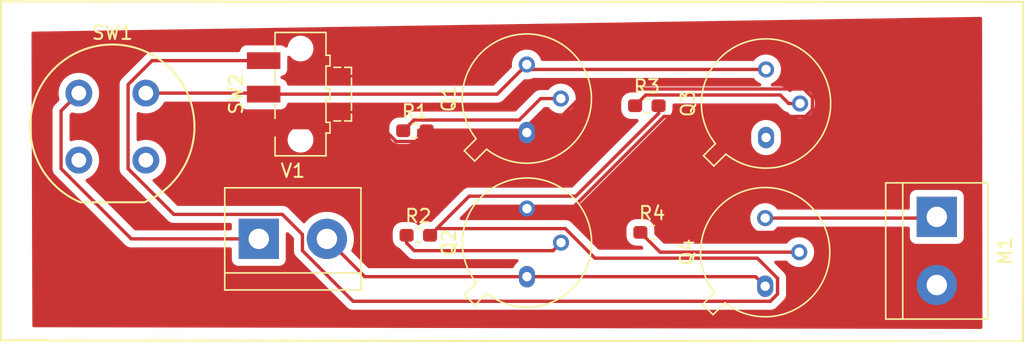
<source format=kicad_pcb>
(kicad_pcb (version 20171130) (host pcbnew "(5.1.4)-1")

  (general
    (thickness 1.6)
    (drawings 7)
    (tracks 74)
    (zones 0)
    (modules 12)
    (nets 12)
  )

  (page A4)
  (layers
    (0 F.Cu signal)
    (31 B.Cu signal)
    (32 B.Adhes user)
    (33 F.Adhes user)
    (34 B.Paste user)
    (35 F.Paste user)
    (36 B.SilkS user)
    (37 F.SilkS user)
    (38 B.Mask user)
    (39 F.Mask user)
    (40 Dwgs.User user)
    (41 Cmts.User user)
    (42 Eco1.User user)
    (43 Eco2.User user)
    (44 Edge.Cuts user)
    (45 Margin user)
    (46 B.CrtYd user)
    (47 F.CrtYd user)
    (48 B.Fab user)
    (49 F.Fab user)
  )

  (setup
    (last_trace_width 0.25)
    (trace_clearance 0.2)
    (zone_clearance 0.508)
    (zone_45_only no)
    (trace_min 0.2)
    (via_size 0.8)
    (via_drill 0.4)
    (via_min_size 0.4)
    (via_min_drill 0.3)
    (uvia_size 0.3)
    (uvia_drill 0.1)
    (uvias_allowed no)
    (uvia_min_size 0.2)
    (uvia_min_drill 0.1)
    (edge_width 0.1)
    (segment_width 0.2)
    (pcb_text_width 0.3)
    (pcb_text_size 1.5 1.5)
    (mod_edge_width 0.15)
    (mod_text_size 1 1)
    (mod_text_width 0.15)
    (pad_size 1.524 1.524)
    (pad_drill 0.762)
    (pad_to_mask_clearance 0)
    (aux_axis_origin 0 0)
    (visible_elements FFFFFF7F)
    (pcbplotparams
      (layerselection 0x010fc_ffffffff)
      (usegerberextensions false)
      (usegerberattributes false)
      (usegerberadvancedattributes false)
      (creategerberjobfile false)
      (excludeedgelayer true)
      (linewidth 0.100000)
      (plotframeref false)
      (viasonmask false)
      (mode 1)
      (useauxorigin false)
      (hpglpennumber 1)
      (hpglpenspeed 20)
      (hpglpendiameter 15.000000)
      (psnegative false)
      (psa4output false)
      (plotreference true)
      (plotvalue true)
      (plotinvisibletext false)
      (padsonsilk false)
      (subtractmaskfromsilk false)
      (outputformat 1)
      (mirror false)
      (drillshape 1)
      (scaleselection 1)
      (outputdirectory ""))
  )

  (net 0 "")
  (net 1 "Net-(M1-Pad1)")
  (net 2 "Net-(M1-Pad2)")
  (net 3 "Net-(Q1-Pad2)")
  (net 4 "Net-(Q1-Pad3)")
  (net 5 "Net-(Q2-Pad2)")
  (net 6 "Net-(Q2-Pad1)")
  (net 7 "Net-(Q3-Pad1)")
  (net 8 "Net-(Q3-Pad2)")
  (net 9 "Net-(Q4-Pad2)")
  (net 10 "Net-(R2-Pad2)")
  (net 11 "Net-(SW1-Pad1)")

  (net_class Default "Esta es la clase de red por defecto."
    (clearance 0.2)
    (trace_width 0.25)
    (via_dia 0.8)
    (via_drill 0.4)
    (uvia_dia 0.3)
    (uvia_drill 0.1)
    (add_net "Net-(M1-Pad1)")
    (add_net "Net-(M1-Pad2)")
    (add_net "Net-(Q1-Pad2)")
    (add_net "Net-(Q1-Pad3)")
    (add_net "Net-(Q2-Pad1)")
    (add_net "Net-(Q2-Pad2)")
    (add_net "Net-(Q3-Pad1)")
    (add_net "Net-(Q3-Pad2)")
    (add_net "Net-(Q4-Pad2)")
    (add_net "Net-(R2-Pad2)")
    (add_net "Net-(SW1-Pad1)")
  )

  (module TerminalBlock:TerminalBlock_bornier-2_P5.08mm (layer F.Cu) (tedit 59FF03AB) (tstamp 5DC27061)
    (at 189.1792 110.1852 270)
    (descr "simple 2-pin terminal block, pitch 5.08mm, revamped version of bornier2")
    (tags "terminal block bornier2")
    (path /5DC32158)
    (fp_text reference M1 (at 2.54 -5.08 90) (layer F.SilkS)
      (effects (font (size 1 1) (thickness 0.15)))
    )
    (fp_text value Motor_DC (at 2.54 5.08 90) (layer F.Fab)
      (effects (font (size 1 1) (thickness 0.15)))
    )
    (fp_text user %R (at 2.54 0 90) (layer F.Fab)
      (effects (font (size 1 1) (thickness 0.15)))
    )
    (fp_line (start -2.41 2.55) (end 7.49 2.55) (layer F.Fab) (width 0.1))
    (fp_line (start -2.46 -3.75) (end -2.46 3.75) (layer F.Fab) (width 0.1))
    (fp_line (start -2.46 3.75) (end 7.54 3.75) (layer F.Fab) (width 0.1))
    (fp_line (start 7.54 3.75) (end 7.54 -3.75) (layer F.Fab) (width 0.1))
    (fp_line (start 7.54 -3.75) (end -2.46 -3.75) (layer F.Fab) (width 0.1))
    (fp_line (start 7.62 2.54) (end -2.54 2.54) (layer F.SilkS) (width 0.12))
    (fp_line (start 7.62 3.81) (end 7.62 -3.81) (layer F.SilkS) (width 0.12))
    (fp_line (start 7.62 -3.81) (end -2.54 -3.81) (layer F.SilkS) (width 0.12))
    (fp_line (start -2.54 -3.81) (end -2.54 3.81) (layer F.SilkS) (width 0.12))
    (fp_line (start -2.54 3.81) (end 7.62 3.81) (layer F.SilkS) (width 0.12))
    (fp_line (start -2.71 -4) (end 7.79 -4) (layer F.CrtYd) (width 0.05))
    (fp_line (start -2.71 -4) (end -2.71 4) (layer F.CrtYd) (width 0.05))
    (fp_line (start 7.79 4) (end 7.79 -4) (layer F.CrtYd) (width 0.05))
    (fp_line (start 7.79 4) (end -2.71 4) (layer F.CrtYd) (width 0.05))
    (pad 1 thru_hole rect (at 0 0 270) (size 3 3) (drill 1.52) (layers *.Cu *.Mask)
      (net 1 "Net-(M1-Pad1)"))
    (pad 2 thru_hole circle (at 5.08 0 270) (size 3 3) (drill 1.52) (layers *.Cu *.Mask)
      (net 2 "Net-(M1-Pad2)"))
    (model ${KISYS3DMOD}/TerminalBlock.3dshapes/TerminalBlock_bornier-2_P5.08mm.wrl
      (offset (xyz 2.539999961853027 0 0))
      (scale (xyz 1 1 1))
      (rotate (xyz 0 0 0))
    )
  )

  (module Package_TO_SOT_THT:TO-39-3 (layer F.Cu) (tedit 5A02FF81) (tstamp 5DC27076)
    (at 158.5976 103.8987 90)
    (descr TO-39-3)
    (tags TO-39-3)
    (path /5DC23657)
    (fp_text reference Q1 (at 2.54 -5.82 90) (layer F.SilkS)
      (effects (font (size 1 1) (thickness 0.15)))
    )
    (fp_text value 2N2219 (at 2.54 5.82 90) (layer F.Fab)
      (effects (font (size 1 1) (thickness 0.15)))
    )
    (fp_text user %R (at 2.54 -5.82 90) (layer F.Fab)
      (effects (font (size 1 1) (thickness 0.15)))
    )
    (fp_line (start -0.465408 -3.61352) (end -1.27151 -4.419621) (layer F.Fab) (width 0.1))
    (fp_line (start -1.27151 -4.419621) (end -1.879621 -3.81151) (layer F.Fab) (width 0.1))
    (fp_line (start -1.879621 -3.81151) (end -1.07352 -3.005408) (layer F.Fab) (width 0.1))
    (fp_line (start -0.457084 -3.774902) (end -1.348039 -4.665856) (layer F.SilkS) (width 0.12))
    (fp_line (start -1.348039 -4.665856) (end -2.125856 -3.888039) (layer F.SilkS) (width 0.12))
    (fp_line (start -2.125856 -3.888039) (end -1.234902 -2.997084) (layer F.SilkS) (width 0.12))
    (fp_line (start -2.41 -4.95) (end -2.41 4.95) (layer F.CrtYd) (width 0.05))
    (fp_line (start -2.41 4.95) (end 7.49 4.95) (layer F.CrtYd) (width 0.05))
    (fp_line (start 7.49 4.95) (end 7.49 -4.95) (layer F.CrtYd) (width 0.05))
    (fp_line (start 7.49 -4.95) (end -2.41 -4.95) (layer F.CrtYd) (width 0.05))
    (fp_circle (center 2.54 0) (end 6.79 0) (layer F.Fab) (width 0.1))
    (fp_arc (start 2.54 0) (end -0.465408 -3.61352) (angle 349.5) (layer F.Fab) (width 0.1))
    (fp_arc (start 2.54 0) (end -0.457084 -3.774902) (angle 346.9) (layer F.SilkS) (width 0.12))
    (pad 1 thru_hole oval (at 0 0 90) (size 1.6 1.2) (drill 0.7) (layers *.Cu *.Mask)
      (net 2 "Net-(M1-Pad2)"))
    (pad 2 thru_hole oval (at 2.54 2.54 90) (size 1.2 1.2) (drill 0.7) (layers *.Cu *.Mask)
      (net 3 "Net-(Q1-Pad2)"))
    (pad 3 thru_hole oval (at 5.08 0 90) (size 1.2 1.2) (drill 0.7) (layers *.Cu *.Mask)
      (net 4 "Net-(Q1-Pad3)"))
    (model ${KISYS3DMOD}/Package_TO_SOT_THT.3dshapes/TO-39-3.wrl
      (at (xyz 0 0 0))
      (scale (xyz 1 1 1))
      (rotate (xyz 0 0 0))
    )
  )

  (module Package_TO_SOT_THT:TO-39-3 (layer F.Cu) (tedit 5A02FF81) (tstamp 5DC2708B)
    (at 158.6103 114.6429 90)
    (descr TO-39-3)
    (tags TO-39-3)
    (path /5DC23EE4)
    (fp_text reference Q2 (at 2.54 -5.82 90) (layer F.SilkS)
      (effects (font (size 1 1) (thickness 0.15)))
    )
    (fp_text value 2N2219 (at 2.54 5.82 90) (layer F.Fab)
      (effects (font (size 1 1) (thickness 0.15)))
    )
    (fp_arc (start 2.54 0) (end -0.457084 -3.774902) (angle 346.9) (layer F.SilkS) (width 0.12))
    (fp_arc (start 2.54 0) (end -0.465408 -3.61352) (angle 349.5) (layer F.Fab) (width 0.1))
    (fp_circle (center 2.54 0) (end 6.79 0) (layer F.Fab) (width 0.1))
    (fp_line (start 7.49 -4.95) (end -2.41 -4.95) (layer F.CrtYd) (width 0.05))
    (fp_line (start 7.49 4.95) (end 7.49 -4.95) (layer F.CrtYd) (width 0.05))
    (fp_line (start -2.41 4.95) (end 7.49 4.95) (layer F.CrtYd) (width 0.05))
    (fp_line (start -2.41 -4.95) (end -2.41 4.95) (layer F.CrtYd) (width 0.05))
    (fp_line (start -2.125856 -3.888039) (end -1.234902 -2.997084) (layer F.SilkS) (width 0.12))
    (fp_line (start -1.348039 -4.665856) (end -2.125856 -3.888039) (layer F.SilkS) (width 0.12))
    (fp_line (start -0.457084 -3.774902) (end -1.348039 -4.665856) (layer F.SilkS) (width 0.12))
    (fp_line (start -1.879621 -3.81151) (end -1.07352 -3.005408) (layer F.Fab) (width 0.1))
    (fp_line (start -1.27151 -4.419621) (end -1.879621 -3.81151) (layer F.Fab) (width 0.1))
    (fp_line (start -0.465408 -3.61352) (end -1.27151 -4.419621) (layer F.Fab) (width 0.1))
    (fp_text user %R (at 2.54 -5.82 90) (layer F.Fab)
      (effects (font (size 1 1) (thickness 0.15)))
    )
    (pad 3 thru_hole oval (at 5.08 0 90) (size 1.2 1.2) (drill 0.7) (layers *.Cu *.Mask)
      (net 2 "Net-(M1-Pad2)"))
    (pad 2 thru_hole oval (at 2.54 2.54 90) (size 1.2 1.2) (drill 0.7) (layers *.Cu *.Mask)
      (net 5 "Net-(Q2-Pad2)"))
    (pad 1 thru_hole oval (at 0 0 90) (size 1.6 1.2) (drill 0.7) (layers *.Cu *.Mask)
      (net 6 "Net-(Q2-Pad1)"))
    (model ${KISYS3DMOD}/Package_TO_SOT_THT.3dshapes/TO-39-3.wrl
      (at (xyz 0 0 0))
      (scale (xyz 1 1 1))
      (rotate (xyz 0 0 0))
    )
  )

  (module Package_TO_SOT_THT:TO-39-3 (layer F.Cu) (tedit 5A02FF81) (tstamp 5DC270A0)
    (at 176.4411 104.267 90)
    (descr TO-39-3)
    (tags TO-39-3)
    (path /5DC2443B)
    (fp_text reference Q3 (at 2.54 -5.82 90) (layer F.SilkS)
      (effects (font (size 1 1) (thickness 0.15)))
    )
    (fp_text value 2N2219 (at 2.54 5.82 90) (layer F.Fab)
      (effects (font (size 1 1) (thickness 0.15)))
    )
    (fp_text user %R (at 2.54 -5.82 90) (layer F.Fab)
      (effects (font (size 1 1) (thickness 0.15)))
    )
    (fp_line (start -0.465408 -3.61352) (end -1.27151 -4.419621) (layer F.Fab) (width 0.1))
    (fp_line (start -1.27151 -4.419621) (end -1.879621 -3.81151) (layer F.Fab) (width 0.1))
    (fp_line (start -1.879621 -3.81151) (end -1.07352 -3.005408) (layer F.Fab) (width 0.1))
    (fp_line (start -0.457084 -3.774902) (end -1.348039 -4.665856) (layer F.SilkS) (width 0.12))
    (fp_line (start -1.348039 -4.665856) (end -2.125856 -3.888039) (layer F.SilkS) (width 0.12))
    (fp_line (start -2.125856 -3.888039) (end -1.234902 -2.997084) (layer F.SilkS) (width 0.12))
    (fp_line (start -2.41 -4.95) (end -2.41 4.95) (layer F.CrtYd) (width 0.05))
    (fp_line (start -2.41 4.95) (end 7.49 4.95) (layer F.CrtYd) (width 0.05))
    (fp_line (start 7.49 4.95) (end 7.49 -4.95) (layer F.CrtYd) (width 0.05))
    (fp_line (start 7.49 -4.95) (end -2.41 -4.95) (layer F.CrtYd) (width 0.05))
    (fp_circle (center 2.54 0) (end 6.79 0) (layer F.Fab) (width 0.1))
    (fp_arc (start 2.54 0) (end -0.465408 -3.61352) (angle 349.5) (layer F.Fab) (width 0.1))
    (fp_arc (start 2.54 0) (end -0.457084 -3.774902) (angle 346.9) (layer F.SilkS) (width 0.12))
    (pad 1 thru_hole oval (at 0 0 90) (size 1.6 1.2) (drill 0.7) (layers *.Cu *.Mask)
      (net 7 "Net-(Q3-Pad1)"))
    (pad 2 thru_hole oval (at 2.54 2.54 90) (size 1.2 1.2) (drill 0.7) (layers *.Cu *.Mask)
      (net 8 "Net-(Q3-Pad2)"))
    (pad 3 thru_hole oval (at 5.08 0 90) (size 1.2 1.2) (drill 0.7) (layers *.Cu *.Mask)
      (net 4 "Net-(Q1-Pad3)"))
    (model ${KISYS3DMOD}/Package_TO_SOT_THT.3dshapes/TO-39-3.wrl
      (at (xyz 0 0 0))
      (scale (xyz 1 1 1))
      (rotate (xyz 0 0 0))
    )
  )

  (module Package_TO_SOT_THT:TO-39-3 (layer F.Cu) (tedit 5A02FF81) (tstamp 5DC270B5)
    (at 176.3776 115.3541 90)
    (descr TO-39-3)
    (tags TO-39-3)
    (path /5DC24AE6)
    (fp_text reference Q4 (at 2.54 -5.82 90) (layer F.SilkS)
      (effects (font (size 1 1) (thickness 0.15)))
    )
    (fp_text value 2N2219 (at 2.54 5.82 90) (layer F.Fab)
      (effects (font (size 1 1) (thickness 0.15)))
    )
    (fp_arc (start 2.54 0) (end -0.457084 -3.774902) (angle 346.9) (layer F.SilkS) (width 0.12))
    (fp_arc (start 2.54 0) (end -0.465408 -3.61352) (angle 349.5) (layer F.Fab) (width 0.1))
    (fp_circle (center 2.54 0) (end 6.79 0) (layer F.Fab) (width 0.1))
    (fp_line (start 7.49 -4.95) (end -2.41 -4.95) (layer F.CrtYd) (width 0.05))
    (fp_line (start 7.49 4.95) (end 7.49 -4.95) (layer F.CrtYd) (width 0.05))
    (fp_line (start -2.41 4.95) (end 7.49 4.95) (layer F.CrtYd) (width 0.05))
    (fp_line (start -2.41 -4.95) (end -2.41 4.95) (layer F.CrtYd) (width 0.05))
    (fp_line (start -2.125856 -3.888039) (end -1.234902 -2.997084) (layer F.SilkS) (width 0.12))
    (fp_line (start -1.348039 -4.665856) (end -2.125856 -3.888039) (layer F.SilkS) (width 0.12))
    (fp_line (start -0.457084 -3.774902) (end -1.348039 -4.665856) (layer F.SilkS) (width 0.12))
    (fp_line (start -1.879621 -3.81151) (end -1.07352 -3.005408) (layer F.Fab) (width 0.1))
    (fp_line (start -1.27151 -4.419621) (end -1.879621 -3.81151) (layer F.Fab) (width 0.1))
    (fp_line (start -0.465408 -3.61352) (end -1.27151 -4.419621) (layer F.Fab) (width 0.1))
    (fp_text user %R (at 2.54 -5.82 90) (layer F.Fab)
      (effects (font (size 1 1) (thickness 0.15)))
    )
    (pad 3 thru_hole oval (at 5.08 0 90) (size 1.2 1.2) (drill 0.7) (layers *.Cu *.Mask)
      (net 1 "Net-(M1-Pad1)"))
    (pad 2 thru_hole oval (at 2.54 2.54 90) (size 1.2 1.2) (drill 0.7) (layers *.Cu *.Mask)
      (net 9 "Net-(Q4-Pad2)"))
    (pad 1 thru_hole oval (at 0 0 90) (size 1.6 1.2) (drill 0.7) (layers *.Cu *.Mask)
      (net 6 "Net-(Q2-Pad1)"))
    (model ${KISYS3DMOD}/Package_TO_SOT_THT.3dshapes/TO-39-3.wrl
      (at (xyz 0 0 0))
      (scale (xyz 1 1 1))
      (rotate (xyz 0 0 0))
    )
  )

  (module Resistor_SMD:R_0603_1608Metric_Pad1.05x0.95mm_HandSolder (layer F.Cu) (tedit 5B301BBD) (tstamp 5DC270C6)
    (at 150.2537 103.759)
    (descr "Resistor SMD 0603 (1608 Metric), square (rectangular) end terminal, IPC_7351 nominal with elongated pad for handsoldering. (Body size source: http://www.tortai-tech.com/upload/download/2011102023233369053.pdf), generated with kicad-footprint-generator")
    (tags "resistor handsolder")
    (path /5DC2597B)
    (attr smd)
    (fp_text reference R1 (at 0 -1.43) (layer F.SilkS)
      (effects (font (size 1 1) (thickness 0.15)))
    )
    (fp_text value R (at 0 1.43) (layer F.Fab)
      (effects (font (size 1 1) (thickness 0.15)))
    )
    (fp_line (start -0.8 0.4) (end -0.8 -0.4) (layer F.Fab) (width 0.1))
    (fp_line (start -0.8 -0.4) (end 0.8 -0.4) (layer F.Fab) (width 0.1))
    (fp_line (start 0.8 -0.4) (end 0.8 0.4) (layer F.Fab) (width 0.1))
    (fp_line (start 0.8 0.4) (end -0.8 0.4) (layer F.Fab) (width 0.1))
    (fp_line (start -0.171267 -0.51) (end 0.171267 -0.51) (layer F.SilkS) (width 0.12))
    (fp_line (start -0.171267 0.51) (end 0.171267 0.51) (layer F.SilkS) (width 0.12))
    (fp_line (start -1.65 0.73) (end -1.65 -0.73) (layer F.CrtYd) (width 0.05))
    (fp_line (start -1.65 -0.73) (end 1.65 -0.73) (layer F.CrtYd) (width 0.05))
    (fp_line (start 1.65 -0.73) (end 1.65 0.73) (layer F.CrtYd) (width 0.05))
    (fp_line (start 1.65 0.73) (end -1.65 0.73) (layer F.CrtYd) (width 0.05))
    (fp_text user %R (at 0 0) (layer F.Fab)
      (effects (font (size 0.4 0.4) (thickness 0.06)))
    )
    (pad 1 smd roundrect (at -0.875 0) (size 1.05 0.95) (layers F.Cu F.Paste F.Mask) (roundrect_rratio 0.25)
      (net 3 "Net-(Q1-Pad2)"))
    (pad 2 smd roundrect (at 0.875 0) (size 1.05 0.95) (layers F.Cu F.Paste F.Mask) (roundrect_rratio 0.25)
      (net 2 "Net-(M1-Pad2)"))
    (model ${KISYS3DMOD}/Resistor_SMD.3dshapes/R_0603_1608Metric.wrl
      (at (xyz 0 0 0))
      (scale (xyz 1 1 1))
      (rotate (xyz 0 0 0))
    )
  )

  (module Resistor_SMD:R_0603_1608Metric_Pad1.05x0.95mm_HandSolder (layer F.Cu) (tedit 5B301BBD) (tstamp 5DC270D7)
    (at 150.5077 111.5568)
    (descr "Resistor SMD 0603 (1608 Metric), square (rectangular) end terminal, IPC_7351 nominal with elongated pad for handsoldering. (Body size source: http://www.tortai-tech.com/upload/download/2011102023233369053.pdf), generated with kicad-footprint-generator")
    (tags "resistor handsolder")
    (path /5DC25E96)
    (attr smd)
    (fp_text reference R2 (at 0 -1.43) (layer F.SilkS)
      (effects (font (size 1 1) (thickness 0.15)))
    )
    (fp_text value R (at 0 1.43) (layer F.Fab)
      (effects (font (size 1 1) (thickness 0.15)))
    )
    (fp_text user %R (at 0 0) (layer F.Fab)
      (effects (font (size 0.4 0.4) (thickness 0.06)))
    )
    (fp_line (start 1.65 0.73) (end -1.65 0.73) (layer F.CrtYd) (width 0.05))
    (fp_line (start 1.65 -0.73) (end 1.65 0.73) (layer F.CrtYd) (width 0.05))
    (fp_line (start -1.65 -0.73) (end 1.65 -0.73) (layer F.CrtYd) (width 0.05))
    (fp_line (start -1.65 0.73) (end -1.65 -0.73) (layer F.CrtYd) (width 0.05))
    (fp_line (start -0.171267 0.51) (end 0.171267 0.51) (layer F.SilkS) (width 0.12))
    (fp_line (start -0.171267 -0.51) (end 0.171267 -0.51) (layer F.SilkS) (width 0.12))
    (fp_line (start 0.8 0.4) (end -0.8 0.4) (layer F.Fab) (width 0.1))
    (fp_line (start 0.8 -0.4) (end 0.8 0.4) (layer F.Fab) (width 0.1))
    (fp_line (start -0.8 -0.4) (end 0.8 -0.4) (layer F.Fab) (width 0.1))
    (fp_line (start -0.8 0.4) (end -0.8 -0.4) (layer F.Fab) (width 0.1))
    (pad 2 smd roundrect (at 0.875 0) (size 1.05 0.95) (layers F.Cu F.Paste F.Mask) (roundrect_rratio 0.25)
      (net 10 "Net-(R2-Pad2)"))
    (pad 1 smd roundrect (at -0.875 0) (size 1.05 0.95) (layers F.Cu F.Paste F.Mask) (roundrect_rratio 0.25)
      (net 5 "Net-(Q2-Pad2)"))
    (model ${KISYS3DMOD}/Resistor_SMD.3dshapes/R_0603_1608Metric.wrl
      (at (xyz 0 0 0))
      (scale (xyz 1 1 1))
      (rotate (xyz 0 0 0))
    )
  )

  (module Resistor_SMD:R_0603_1608Metric_Pad1.05x0.95mm_HandSolder (layer F.Cu) (tedit 5B301BBD) (tstamp 5DC270E8)
    (at 167.5511 101.8921)
    (descr "Resistor SMD 0603 (1608 Metric), square (rectangular) end terminal, IPC_7351 nominal with elongated pad for handsoldering. (Body size source: http://www.tortai-tech.com/upload/download/2011102023233369053.pdf), generated with kicad-footprint-generator")
    (tags "resistor handsolder")
    (path /5DC25499)
    (attr smd)
    (fp_text reference R3 (at 0 -1.43) (layer F.SilkS)
      (effects (font (size 1 1) (thickness 0.15)))
    )
    (fp_text value R (at 0 1.43) (layer F.Fab)
      (effects (font (size 1 1) (thickness 0.15)))
    )
    (fp_line (start -0.8 0.4) (end -0.8 -0.4) (layer F.Fab) (width 0.1))
    (fp_line (start -0.8 -0.4) (end 0.8 -0.4) (layer F.Fab) (width 0.1))
    (fp_line (start 0.8 -0.4) (end 0.8 0.4) (layer F.Fab) (width 0.1))
    (fp_line (start 0.8 0.4) (end -0.8 0.4) (layer F.Fab) (width 0.1))
    (fp_line (start -0.171267 -0.51) (end 0.171267 -0.51) (layer F.SilkS) (width 0.12))
    (fp_line (start -0.171267 0.51) (end 0.171267 0.51) (layer F.SilkS) (width 0.12))
    (fp_line (start -1.65 0.73) (end -1.65 -0.73) (layer F.CrtYd) (width 0.05))
    (fp_line (start -1.65 -0.73) (end 1.65 -0.73) (layer F.CrtYd) (width 0.05))
    (fp_line (start 1.65 -0.73) (end 1.65 0.73) (layer F.CrtYd) (width 0.05))
    (fp_line (start 1.65 0.73) (end -1.65 0.73) (layer F.CrtYd) (width 0.05))
    (fp_text user %R (at 0 0) (layer F.Fab)
      (effects (font (size 0.4 0.4) (thickness 0.06)))
    )
    (pad 1 smd roundrect (at -0.875 0) (size 1.05 0.95) (layers F.Cu F.Paste F.Mask) (roundrect_rratio 0.25)
      (net 8 "Net-(Q3-Pad2)"))
    (pad 2 smd roundrect (at 0.875 0) (size 1.05 0.95) (layers F.Cu F.Paste F.Mask) (roundrect_rratio 0.25)
      (net 10 "Net-(R2-Pad2)"))
    (model ${KISYS3DMOD}/Resistor_SMD.3dshapes/R_0603_1608Metric.wrl
      (at (xyz 0 0 0))
      (scale (xyz 1 1 1))
      (rotate (xyz 0 0 0))
    )
  )

  (module Resistor_SMD:R_0603_1608Metric_Pad1.05x0.95mm_HandSolder (layer F.Cu) (tedit 5B301BBD) (tstamp 5DC270F9)
    (at 167.9448 111.3409)
    (descr "Resistor SMD 0603 (1608 Metric), square (rectangular) end terminal, IPC_7351 nominal with elongated pad for handsoldering. (Body size source: http://www.tortai-tech.com/upload/download/2011102023233369053.pdf), generated with kicad-footprint-generator")
    (tags "resistor handsolder")
    (path /5DC257DA)
    (attr smd)
    (fp_text reference R4 (at 0 -1.43) (layer F.SilkS)
      (effects (font (size 1 1) (thickness 0.15)))
    )
    (fp_text value R (at 0 1.43) (layer F.Fab)
      (effects (font (size 1 1) (thickness 0.15)))
    )
    (fp_text user %R (at 0 0) (layer F.Fab)
      (effects (font (size 0.4 0.4) (thickness 0.06)))
    )
    (fp_line (start 1.65 0.73) (end -1.65 0.73) (layer F.CrtYd) (width 0.05))
    (fp_line (start 1.65 -0.73) (end 1.65 0.73) (layer F.CrtYd) (width 0.05))
    (fp_line (start -1.65 -0.73) (end 1.65 -0.73) (layer F.CrtYd) (width 0.05))
    (fp_line (start -1.65 0.73) (end -1.65 -0.73) (layer F.CrtYd) (width 0.05))
    (fp_line (start -0.171267 0.51) (end 0.171267 0.51) (layer F.SilkS) (width 0.12))
    (fp_line (start -0.171267 -0.51) (end 0.171267 -0.51) (layer F.SilkS) (width 0.12))
    (fp_line (start 0.8 0.4) (end -0.8 0.4) (layer F.Fab) (width 0.1))
    (fp_line (start 0.8 -0.4) (end 0.8 0.4) (layer F.Fab) (width 0.1))
    (fp_line (start -0.8 -0.4) (end 0.8 -0.4) (layer F.Fab) (width 0.1))
    (fp_line (start -0.8 0.4) (end -0.8 -0.4) (layer F.Fab) (width 0.1))
    (pad 2 smd roundrect (at 0.875 0) (size 1.05 0.95) (layers F.Cu F.Paste F.Mask) (roundrect_rratio 0.25)
      (net 2 "Net-(M1-Pad2)"))
    (pad 1 smd roundrect (at -0.875 0) (size 1.05 0.95) (layers F.Cu F.Paste F.Mask) (roundrect_rratio 0.25)
      (net 9 "Net-(Q4-Pad2)"))
    (model ${KISYS3DMOD}/Resistor_SMD.3dshapes/R_0603_1608Metric.wrl
      (at (xyz 0 0 0))
      (scale (xyz 1 1 1))
      (rotate (xyz 0 0 0))
    )
  )

  (module Button_Switch_THT:Push_E-Switch_KS01Q01 (layer F.Cu) (tedit 5A02FE31) (tstamp 5DC27108)
    (at 125.1839 100.9523)
    (descr "E-Switch KS01Q01 http://spec_sheets.e-switch.com/specs/29-KS01Q01.pdf")
    (tags "Push Button")
    (path /5DC2BD98)
    (fp_text reference SW1 (at 2.5 -4.5) (layer F.SilkS)
      (effects (font (size 1 1) (thickness 0.15)))
    )
    (fp_text value SW_SPST (at 2.5 9.5) (layer F.Fab)
      (effects (font (size 1 1) (thickness 0.15)))
    )
    (fp_line (start 0.04 8.39) (end 5.06 8.39) (layer F.CrtYd) (width 0.05))
    (fp_arc (start 2.55 2.5) (end 0.04 8.39) (angle 313.8378348) (layer F.CrtYd) (width 0.05))
    (fp_line (start 0.11 8) (end 4.89 8) (layer F.Fab) (width 0.1))
    (fp_arc (start 2.5 2.5) (end 0.11 8) (angle 313) (layer F.Fab) (width 0.1))
    (fp_text user %R (at 2.5 2.5) (layer F.Fab)
      (effects (font (size 1 1) (thickness 0.15)))
    )
    (fp_line (start 4.89 8.14) (end 0.11 8.14) (layer F.SilkS) (width 0.15))
    (fp_arc (start 2.5 2.5) (end 0.11 8.14) (angle 314) (layer F.SilkS) (width 0.15))
    (pad 1 thru_hole circle (at 0 0) (size 2 2) (drill 1.1) (layers *.Cu *.Mask)
      (net 11 "Net-(SW1-Pad1)"))
    (pad 2 thru_hole circle (at 5 0) (size 2 2) (drill 1.1) (layers *.Cu *.Mask)
      (net 4 "Net-(Q1-Pad3)"))
    (pad 4 thru_hole circle (at 5 5) (size 2 2) (drill 1.1) (layers *.Cu *.Mask))
    (pad 3 thru_hole circle (at 0 5) (size 2 2) (drill 1.1) (layers *.Cu *.Mask))
    (model ${KISYS3DMOD}/Button_Switch_THT.3dshapes/Push_E-Switch_KS01Q01.wrl
      (at (xyz 0 0 0))
      (scale (xyz 1 1 1))
      (rotate (xyz 0 0 0))
    )
  )

  (module Button_Switch_SMD:SW_SPDT_CK-JS102011SAQN (layer F.Cu) (tedit 5A02FC95) (tstamp 5DC27163)
    (at 141.7193 101.0285 90)
    (descr "Sub-miniature slide switch, right-angle, http://www.ckswitches.com/media/1422/js.pdf")
    (tags "switch spdt")
    (path /5DC2FA6B)
    (attr smd)
    (fp_text reference SW2 (at 0 -4.8 90) (layer F.SilkS)
      (effects (font (size 1 1) (thickness 0.15)))
    )
    (fp_text value SW_SPDT (at 0 -2.9 90) (layer F.Fab)
      (effects (font (size 1 1) (thickness 0.15)))
    )
    (fp_line (start -4.5 -1.8) (end 4.5 -1.8) (layer F.Fab) (width 0.1))
    (fp_line (start 4.5 -1.8) (end 4.5 1.8) (layer F.Fab) (width 0.1))
    (fp_line (start 4.5 1.8) (end -4.4 1.8) (layer F.Fab) (width 0.1))
    (fp_line (start -4.4 1.8) (end -4.5 1.8) (layer F.Fab) (width 0.1))
    (fp_line (start -4.5 1.8) (end -4.5 1.8) (layer F.Fab) (width 0.1))
    (fp_line (start -4.5 -1.8) (end -4.5 1.8) (layer F.Fab) (width 0.1))
    (fp_line (start -4.5 1.8) (end -4.5 1.8) (layer F.Fab) (width 0.1))
    (fp_text user %R (at 0 0 90) (layer F.Fab)
      (effects (font (size 1 1) (thickness 0.15)))
    )
    (fp_line (start -1.5 1.8) (end -1.5 1.8) (layer F.Fab) (width 0.1))
    (fp_line (start 3.2 -1.9) (end 4.6 -1.9) (layer F.SilkS) (width 0.12))
    (fp_line (start 4.6 -1.9) (end 4.6 1.9) (layer F.SilkS) (width 0.12))
    (fp_line (start -4.6 1.9) (end -4.6 -1.9) (layer F.SilkS) (width 0.12))
    (fp_line (start -4.6 -1.9) (end -3.2 -1.9) (layer F.SilkS) (width 0.12))
    (fp_line (start 1.8 -1.9) (end 0.7 -1.9) (layer F.SilkS) (width 0.12))
    (fp_line (start 0.7 -1.9) (end 0.7 -1.9) (layer F.SilkS) (width 0.12))
    (fp_line (start -0.7 -1.9) (end -1.8 -1.9) (layer F.SilkS) (width 0.12))
    (fp_line (start -1.8 -1.9) (end -1.8 -1.9) (layer F.SilkS) (width 0.12))
    (fp_line (start 0.3 1.8) (end 0.3 2.1) (layer F.Fab) (width 0.1))
    (fp_line (start 0.3 2.1) (end -0.3 2.1) (layer F.Fab) (width 0.1))
    (fp_line (start -0.3 2.1) (end -0.3 1.8) (layer F.Fab) (width 0.1))
    (fp_line (start -0.3 1.8) (end -0.3 1.8) (layer F.Fab) (width 0.1))
    (fp_line (start -2.2 1.8) (end -2.2 2.1) (layer F.Fab) (width 0.1))
    (fp_line (start -2.2 2.1) (end -2.8 2.1) (layer F.Fab) (width 0.1))
    (fp_line (start -2.8 2.1) (end -2.8 1.8) (layer F.Fab) (width 0.1))
    (fp_line (start -2.8 1.8) (end -2.8 1.8) (layer F.Fab) (width 0.1))
    (fp_line (start 2.2 1.8) (end 2.2 2.1) (layer F.Fab) (width 0.1))
    (fp_line (start 2.2 2.1) (end 2.8 2.1) (layer F.Fab) (width 0.1))
    (fp_line (start 2.8 2.1) (end 2.8 1.8) (layer F.Fab) (width 0.1))
    (fp_line (start 2.8 1.8) (end 2.8 1.8) (layer F.Fab) (width 0.1))
    (fp_line (start 4.6 1.9) (end 2.9 1.9) (layer F.SilkS) (width 0.12))
    (fp_line (start 2.9 1.9) (end 2.9 2.2) (layer F.SilkS) (width 0.12))
    (fp_line (start 2.9 2.2) (end 2.1 2.2) (layer F.SilkS) (width 0.12))
    (fp_line (start 2.1 2.2) (end 2.1 1.9) (layer F.SilkS) (width 0.12))
    (fp_line (start 2.1 1.9) (end 0.4 1.9) (layer F.SilkS) (width 0.12))
    (fp_line (start 0.4 1.9) (end 0.4 2.2) (layer F.SilkS) (width 0.12))
    (fp_line (start 0.4 2.2) (end -0.4 2.2) (layer F.SilkS) (width 0.12))
    (fp_line (start -0.4 2.2) (end -0.4 1.9) (layer F.SilkS) (width 0.12))
    (fp_line (start -0.4 1.9) (end -2.1 1.9) (layer F.SilkS) (width 0.12))
    (fp_line (start -2.1 1.9) (end -2.1 2.2) (layer F.SilkS) (width 0.12))
    (fp_line (start -2.1 2.2) (end -2.9 2.2) (layer F.SilkS) (width 0.12))
    (fp_line (start -2.9 2.2) (end -2.9 1.9) (layer F.SilkS) (width 0.12))
    (fp_line (start -2.9 1.9) (end -4.6 1.9) (layer F.SilkS) (width 0.12))
    (fp_line (start -4.6 1.9) (end -4.6 1.9) (layer F.SilkS) (width 0.12))
    (fp_line (start -0.5 1.8) (end -0.5 3.8) (layer F.Fab) (width 0.1))
    (fp_line (start -0.5 3.8) (end -2 3.8) (layer F.Fab) (width 0.1))
    (fp_line (start -2 3.8) (end -2 1.8) (layer F.Fab) (width 0.1))
    (fp_line (start -2 1.8) (end -2 1.8) (layer F.Fab) (width 0.1))
    (fp_line (start -5 -2.25) (end -5 2.25) (layer F.CrtYd) (width 0.05))
    (fp_line (start -5 2.25) (end -3.25 2.25) (layer F.CrtYd) (width 0.05))
    (fp_line (start -3.25 2.25) (end -3.25 2.75) (layer F.CrtYd) (width 0.05))
    (fp_line (start -3.25 2.75) (end -2.5 2.75) (layer F.CrtYd) (width 0.05))
    (fp_line (start -2.5 2.75) (end -2.5 4.25) (layer F.CrtYd) (width 0.05))
    (fp_line (start -2.5 4.25) (end 2.5 4.25) (layer F.CrtYd) (width 0.05))
    (fp_line (start 2.5 4.25) (end 2.5 2.5) (layer F.CrtYd) (width 0.05))
    (fp_line (start 2.5 2.5) (end 3.25 2.5) (layer F.CrtYd) (width 0.05))
    (fp_line (start 3.25 2.5) (end 3.25 2.25) (layer F.CrtYd) (width 0.05))
    (fp_line (start 3.25 2.25) (end 5 2.25) (layer F.CrtYd) (width 0.05))
    (fp_line (start 5 2.25) (end 5 -2.25) (layer F.CrtYd) (width 0.05))
    (fp_line (start 5 -2.25) (end 3.5 -2.25) (layer F.CrtYd) (width 0.05))
    (fp_line (start 3.5 -2.25) (end 3.5 -4.5) (layer F.CrtYd) (width 0.05))
    (fp_line (start 3.5 -4.5) (end -3.5 -4.5) (layer F.CrtYd) (width 0.05))
    (fp_line (start -3.5 -4.5) (end -3.5 -2.25) (layer F.CrtYd) (width 0.05))
    (fp_line (start -3.5 -2.25) (end -5 -2.25) (layer F.CrtYd) (width 0.05))
    (fp_line (start -5 -2.25) (end -5 -2.25) (layer F.CrtYd) (width 0.05))
    (fp_line (start -2 3.8) (end -2 3.3) (layer F.SilkS) (width 0.12))
    (fp_line (start -2 3.3) (end -2 3.3) (layer F.SilkS) (width 0.12))
    (fp_line (start -2 3.8) (end -1.5 3.8) (layer F.SilkS) (width 0.12))
    (fp_line (start -1.5 3.8) (end -1.5 3.8) (layer F.SilkS) (width 0.12))
    (fp_line (start 2 3.8) (end 1.5 3.8) (layer F.SilkS) (width 0.12))
    (fp_line (start 1.5 3.8) (end 1.5 3.8) (layer F.SilkS) (width 0.12))
    (fp_line (start 2 3.8) (end 2 3.3) (layer F.SilkS) (width 0.12))
    (fp_line (start 2 3.3) (end 2 3.3) (layer F.SilkS) (width 0.12))
    (fp_line (start 2 3) (end 2 2.5) (layer F.SilkS) (width 0.12))
    (fp_line (start 2 2.5) (end 2 2.5) (layer F.SilkS) (width 0.12))
    (fp_line (start -2 3) (end -2 2.5) (layer F.SilkS) (width 0.12))
    (fp_line (start -2 2.5) (end -2 2.5) (layer F.SilkS) (width 0.12))
    (fp_line (start -1.2 3.8) (end -0.7 3.8) (layer F.SilkS) (width 0.12))
    (fp_line (start -0.7 3.8) (end -0.7 3.8) (layer F.SilkS) (width 0.12))
    (fp_line (start 1.2 3.8) (end 0.7 3.8) (layer F.SilkS) (width 0.12))
    (fp_line (start 0.7 3.8) (end 0.7 3.8) (layer F.SilkS) (width 0.12))
    (fp_line (start 0.4 3.8) (end -0.4 3.8) (layer F.SilkS) (width 0.12))
    (fp_line (start -0.4 3.8) (end -0.4 3.8) (layer F.SilkS) (width 0.12))
    (pad 1 smd rect (at -2.5 -2.75 90) (size 1.25 2.5) (layers F.Cu F.Paste F.Mask)
      (net 2 "Net-(M1-Pad2)"))
    (pad 2 smd rect (at 0 -2.75 90) (size 1.25 2.5) (layers F.Cu F.Paste F.Mask)
      (net 4 "Net-(Q1-Pad3)"))
    (pad 3 smd rect (at 2.5 -2.75 90) (size 1.25 2.5) (layers F.Cu F.Paste F.Mask)
      (net 10 "Net-(R2-Pad2)"))
    (pad "" np_thru_hole circle (at -3.4 0 90) (size 0.9 0.9) (drill 0.9) (layers *.Cu *.Mask))
    (pad "" np_thru_hole circle (at 3.4 0 90) (size 0.9 0.9) (drill 0.9) (layers *.Cu *.Mask))
    (model ${KISYS3DMOD}/Button_Switch_SMD.3dshapes/SW_SPDT_CK-JS102011SAQN.wrl
      (at (xyz 0 0 0))
      (scale (xyz 1 1 1))
      (rotate (xyz 0 0 0))
    )
  )

  (module TerminalBlock:TerminalBlock_bornier-2_P5.08mm (layer F.Cu) (tedit 59FF03AB) (tstamp 5DC27178)
    (at 138.6078 111.8235)
    (descr "simple 2-pin terminal block, pitch 5.08mm, revamped version of bornier2")
    (tags "terminal block bornier2")
    (path /5DC337CF)
    (fp_text reference V1 (at 2.54 -5.08) (layer F.SilkS)
      (effects (font (size 1 1) (thickness 0.15)))
    )
    (fp_text value VSOURCE (at 2.54 5.08) (layer F.Fab)
      (effects (font (size 1 1) (thickness 0.15)))
    )
    (fp_line (start 7.79 4) (end -2.71 4) (layer F.CrtYd) (width 0.05))
    (fp_line (start 7.79 4) (end 7.79 -4) (layer F.CrtYd) (width 0.05))
    (fp_line (start -2.71 -4) (end -2.71 4) (layer F.CrtYd) (width 0.05))
    (fp_line (start -2.71 -4) (end 7.79 -4) (layer F.CrtYd) (width 0.05))
    (fp_line (start -2.54 3.81) (end 7.62 3.81) (layer F.SilkS) (width 0.12))
    (fp_line (start -2.54 -3.81) (end -2.54 3.81) (layer F.SilkS) (width 0.12))
    (fp_line (start 7.62 -3.81) (end -2.54 -3.81) (layer F.SilkS) (width 0.12))
    (fp_line (start 7.62 3.81) (end 7.62 -3.81) (layer F.SilkS) (width 0.12))
    (fp_line (start 7.62 2.54) (end -2.54 2.54) (layer F.SilkS) (width 0.12))
    (fp_line (start 7.54 -3.75) (end -2.46 -3.75) (layer F.Fab) (width 0.1))
    (fp_line (start 7.54 3.75) (end 7.54 -3.75) (layer F.Fab) (width 0.1))
    (fp_line (start -2.46 3.75) (end 7.54 3.75) (layer F.Fab) (width 0.1))
    (fp_line (start -2.46 -3.75) (end -2.46 3.75) (layer F.Fab) (width 0.1))
    (fp_line (start -2.41 2.55) (end 7.49 2.55) (layer F.Fab) (width 0.1))
    (fp_text user %R (at 2.54 0) (layer F.Fab)
      (effects (font (size 1 1) (thickness 0.15)))
    )
    (pad 2 thru_hole circle (at 5.08 0) (size 3 3) (drill 1.52) (layers *.Cu *.Mask)
      (net 6 "Net-(Q2-Pad1)"))
    (pad 1 thru_hole rect (at 0 0) (size 3 3) (drill 1.52) (layers *.Cu *.Mask)
      (net 11 "Net-(SW1-Pad1)"))
    (model ${KISYS3DMOD}/TerminalBlock.3dshapes/TerminalBlock_bornier-2_P5.08mm.wrl
      (offset (xyz 2.539999961853027 0 0))
      (scale (xyz 1 1 1))
      (rotate (xyz 0 0 0))
    )
  )

  (gr_line (start 119.38 94.1451) (end 119.38 95.3262) (layer F.SilkS) (width 0.15))
  (gr_line (start 119.4435 94.1197) (end 119.38 94.0816) (layer F.SilkS) (width 0.15))
  (gr_line (start 195.6181 94.1451) (end 119.4435 94.1197) (layer F.SilkS) (width 0.15))
  (gr_line (start 195.6181 96.1644) (end 195.6181 94.1451) (layer F.SilkS) (width 0.15))
  (gr_line (start 195.6054 119.4816) (end 195.6181 96.1644) (layer F.SilkS) (width 0.15))
  (gr_line (start 119.38 119.3927) (end 195.6054 119.4816) (layer F.SilkS) (width 0.15))
  (gr_line (start 119.38 95.2373) (end 119.38 119.3927) (layer F.SilkS) (width 0.15))

  (segment (start 189.0903 110.2741) (end 189.1792 110.1852) (width 0.25) (layer F.Cu) (net 1))
  (segment (start 176.3776 110.2741) (end 189.0903 110.2741) (width 0.25) (layer F.Cu) (net 1))
  (segment (start 185.2549 111.3409) (end 168.8198 111.3409) (width 0.25) (layer F.Cu) (net 2))
  (segment (start 189.1792 115.2652) (end 185.2549 111.3409) (width 0.25) (layer F.Cu) (net 2))
  (segment (start 167.0418 109.5629) (end 168.8198 111.3409) (width 0.25) (layer F.Cu) (net 2))
  (segment (start 158.6103 109.5629) (end 167.0418 109.5629) (width 0.25) (layer F.Cu) (net 2))
  (segment (start 159.4476 103.8987) (end 158.5976 103.8987) (width 0.25) (layer F.Cu) (net 2))
  (segment (start 159.966602 103.8987) (end 159.4476 103.8987) (width 0.25) (layer F.Cu) (net 2))
  (segment (start 163.223222 100.64208) (end 159.966602 103.8987) (width 0.25) (layer F.Cu) (net 2))
  (segment (start 179.265182 100.64208) (end 163.223222 100.64208) (width 0.25) (layer F.Cu) (net 2))
  (segment (start 179.906101 102.171001) (end 179.906101 101.282999) (width 0.25) (layer F.Cu) (net 2))
  (segment (start 179.384992 102.69211) (end 179.906101 102.171001) (width 0.25) (layer F.Cu) (net 2))
  (segment (start 168.8375 102.69211) (end 179.384992 102.69211) (width 0.25) (layer F.Cu) (net 2))
  (segment (start 161.96671 109.5629) (end 168.8375 102.69211) (width 0.25) (layer F.Cu) (net 2))
  (segment (start 179.906101 101.282999) (end 179.265182 100.64208) (width 0.25) (layer F.Cu) (net 2))
  (segment (start 158.6103 109.5629) (end 161.96671 109.5629) (width 0.25) (layer F.Cu) (net 2))
  (segment (start 158.4579 103.759) (end 158.5976 103.8987) (width 0.25) (layer F.Cu) (net 2))
  (segment (start 151.1287 103.759) (end 158.4579 103.759) (width 0.25) (layer F.Cu) (net 2))
  (segment (start 150.629628 104.258072) (end 151.1287 103.759) (width 0.25) (layer F.Cu) (net 2))
  (segment (start 150.32869 104.55901) (end 150.629628 104.258072) (width 0.25) (layer F.Cu) (net 2))
  (segment (start 148.8582 104.55901) (end 150.32869 104.55901) (width 0.25) (layer F.Cu) (net 2))
  (segment (start 147.82769 103.5285) (end 148.8582 104.55901) (width 0.25) (layer F.Cu) (net 2))
  (segment (start 138.9693 103.5285) (end 147.82769 103.5285) (width 0.25) (layer F.Cu) (net 2))
  (segment (start 149.877772 103.259928) (end 149.3787 103.759) (width 0.25) (layer F.Cu) (net 3))
  (segment (start 150.17871 102.95899) (end 149.877772 103.259928) (width 0.25) (layer F.Cu) (net 3))
  (segment (start 158.029149 102.95899) (end 150.17871 102.95899) (width 0.25) (layer F.Cu) (net 3))
  (segment (start 159.629439 101.3587) (end 158.029149 102.95899) (width 0.25) (layer F.Cu) (net 3))
  (segment (start 161.1376 101.3587) (end 159.629439 101.3587) (width 0.25) (layer F.Cu) (net 3))
  (segment (start 158.9659 99.187) (end 158.5976 98.8187) (width 0.25) (layer F.Cu) (net 4))
  (segment (start 176.4411 99.187) (end 158.9659 99.187) (width 0.25) (layer F.Cu) (net 4))
  (segment (start 138.8931 100.9523) (end 138.9693 101.0285) (width 0.25) (layer F.Cu) (net 4))
  (segment (start 130.1839 100.9523) (end 138.8931 100.9523) (width 0.25) (layer F.Cu) (net 4))
  (segment (start 156.3878 101.0285) (end 158.5976 98.8187) (width 0.25) (layer F.Cu) (net 4))
  (segment (start 138.9693 101.0285) (end 156.3878 101.0285) (width 0.25) (layer F.Cu) (net 4))
  (segment (start 160.550301 112.702899) (end 161.1503 112.1029) (width 0.25) (layer F.Cu) (net 5))
  (segment (start 150.203799 112.702899) (end 160.550301 112.702899) (width 0.25) (layer F.Cu) (net 5))
  (segment (start 149.6327 112.1318) (end 150.203799 112.702899) (width 0.25) (layer F.Cu) (net 5))
  (segment (start 149.6327 111.5568) (end 149.6327 112.1318) (width 0.25) (layer F.Cu) (net 5))
  (segment (start 146.5072 114.6429) (end 158.6103 114.6429) (width 0.25) (layer F.Cu) (net 6))
  (segment (start 143.6878 111.8235) (end 146.5072 114.6429) (width 0.25) (layer F.Cu) (net 6))
  (segment (start 175.6664 114.6429) (end 176.3776 115.3541) (width 0.25) (layer F.Cu) (net 6))
  (segment (start 158.6103 114.6429) (end 175.6664 114.6429) (width 0.25) (layer F.Cu) (net 6))
  (segment (start 167.175172 101.393028) (end 166.6761 101.8921) (width 0.25) (layer F.Cu) (net 8))
  (segment (start 167.47611 101.09209) (end 167.175172 101.393028) (width 0.25) (layer F.Cu) (net 8))
  (segment (start 177.497662 101.09209) (end 167.47611 101.09209) (width 0.25) (layer F.Cu) (net 8))
  (segment (start 178.132572 101.727) (end 177.497662 101.09209) (width 0.25) (layer F.Cu) (net 8))
  (segment (start 178.9811 101.727) (end 178.132572 101.727) (width 0.25) (layer F.Cu) (net 8))
  (segment (start 168.543 112.8141) (end 167.0698 111.3409) (width 0.25) (layer F.Cu) (net 9))
  (segment (start 178.9176 112.8141) (end 168.543 112.8141) (width 0.25) (layer F.Cu) (net 9))
  (segment (start 154.301601 108.637899) (end 151.881772 111.057728) (width 0.25) (layer F.Cu) (net 10))
  (segment (start 162.255301 108.637899) (end 154.301601 108.637899) (width 0.25) (layer F.Cu) (net 10))
  (segment (start 168.4261 102.4671) (end 162.255301 108.637899) (width 0.25) (layer F.Cu) (net 10))
  (segment (start 168.4261 101.8921) (end 168.4261 102.4671) (width 0.25) (layer F.Cu) (net 10))
  (segment (start 151.881772 111.057728) (end 151.3827 111.5568) (width 0.25) (layer F.Cu) (net 10))
  (segment (start 163.680512 113.26411) (end 161.47413 111.057728) (width 0.25) (layer F.Cu) (net 10))
  (segment (start 177.30261 114.770949) (end 175.795771 113.26411) (width 0.25) (layer F.Cu) (net 10))
  (segment (start 177.30261 115.937251) (end 177.30261 114.770949) (width 0.25) (layer F.Cu) (net 10))
  (segment (start 176.760751 116.47911) (end 177.30261 115.937251) (width 0.25) (layer F.Cu) (net 10))
  (segment (start 141.862799 112.699501) (end 145.642408 116.47911) (width 0.25) (layer F.Cu) (net 10))
  (segment (start 141.862799 111.493497) (end 141.862799 112.699501) (width 0.25) (layer F.Cu) (net 10))
  (segment (start 140.367801 109.998499) (end 141.862799 111.493497) (width 0.25) (layer F.Cu) (net 10))
  (segment (start 175.795771 113.26411) (end 163.680512 113.26411) (width 0.25) (layer F.Cu) (net 10))
  (segment (start 132.269097 109.998499) (end 140.367801 109.998499) (width 0.25) (layer F.Cu) (net 10))
  (segment (start 145.642408 116.47911) (end 176.760751 116.47911) (width 0.25) (layer F.Cu) (net 10))
  (segment (start 128.858899 106.588301) (end 132.269097 109.998499) (width 0.25) (layer F.Cu) (net 10))
  (segment (start 130.646698 98.5285) (end 128.858899 100.316299) (width 0.25) (layer F.Cu) (net 10))
  (segment (start 161.47413 111.057728) (end 151.881772 111.057728) (width 0.25) (layer F.Cu) (net 10))
  (segment (start 128.858899 100.316299) (end 128.858899 106.588301) (width 0.25) (layer F.Cu) (net 10))
  (segment (start 138.9693 98.5285) (end 130.646698 98.5285) (width 0.25) (layer F.Cu) (net 10))
  (segment (start 124.183901 101.952299) (end 125.1839 100.9523) (width 0.25) (layer F.Cu) (net 11))
  (segment (start 123.858899 102.277301) (end 124.183901 101.952299) (width 0.25) (layer F.Cu) (net 11))
  (segment (start 123.858899 106.588301) (end 123.858899 102.277301) (width 0.25) (layer F.Cu) (net 11))
  (segment (start 129.094098 111.8235) (end 123.858899 106.588301) (width 0.25) (layer F.Cu) (net 11))
  (segment (start 138.6078 111.8235) (end 129.094098 111.8235) (width 0.25) (layer F.Cu) (net 11))

  (zone (net 2) (net_name "Net-(M1-Pad2)") (layer F.Cu) (tstamp 0) (hatch edge 0.508)
    (connect_pads yes (clearance 0.508))
    (min_thickness 0.254)
    (fill yes (arc_segments 32) (thermal_gap 0.508) (thermal_bridge_width 0.508))
    (polygon
      (pts
        (xy 121.6533 96.3549) (xy 121.7168 118.4148) (xy 192.5828 118.5418) (xy 192.5574 95.2627) (xy 121.6533 96.3676)
      )
    )
    (filled_polygon
      (pts
        (xy 192.455661 118.414572) (xy 121.843435 118.288027) (xy 121.797349 102.277301) (xy 123.095223 102.277301) (xy 123.0989 102.314633)
        (xy 123.098899 106.550978) (xy 123.095223 106.588301) (xy 123.098899 106.625623) (xy 123.098899 106.625633) (xy 123.109896 106.737286)
        (xy 123.153353 106.880547) (xy 123.223925 107.012577) (xy 123.26377 107.061127) (xy 123.318898 107.128302) (xy 123.347902 107.152105)
        (xy 128.530303 112.334508) (xy 128.554097 112.363501) (xy 128.58309 112.387295) (xy 128.583094 112.387299) (xy 128.643836 112.437148)
        (xy 128.669822 112.458474) (xy 128.801851 112.529046) (xy 128.945112 112.572503) (xy 129.056765 112.5835) (xy 129.056774 112.5835)
        (xy 129.094097 112.587176) (xy 129.13142 112.5835) (xy 136.469728 112.5835) (xy 136.469728 113.3235) (xy 136.481988 113.447982)
        (xy 136.518298 113.56768) (xy 136.577263 113.677994) (xy 136.656615 113.774685) (xy 136.753306 113.854037) (xy 136.86362 113.913002)
        (xy 136.983318 113.949312) (xy 137.1078 113.961572) (xy 140.1078 113.961572) (xy 140.232282 113.949312) (xy 140.35198 113.913002)
        (xy 140.462294 113.854037) (xy 140.558985 113.774685) (xy 140.638337 113.677994) (xy 140.697302 113.56768) (xy 140.733612 113.447982)
        (xy 140.745872 113.3235) (xy 140.745872 111.451372) (xy 141.102799 111.8083) (xy 141.1028 112.662169) (xy 141.099123 112.699501)
        (xy 141.1028 112.736834) (xy 141.113797 112.848487) (xy 141.114828 112.851885) (xy 141.157253 112.991747) (xy 141.227825 113.123777)
        (xy 141.277646 113.184483) (xy 141.322799 113.239502) (xy 141.351797 113.2633) (xy 145.078609 116.990113) (xy 145.102407 117.019111)
        (xy 145.218132 117.114084) (xy 145.350161 117.184656) (xy 145.493422 117.228113) (xy 145.605075 117.23911) (xy 145.605084 117.23911)
        (xy 145.642407 117.242786) (xy 145.67973 117.23911) (xy 176.723429 117.23911) (xy 176.760751 117.242786) (xy 176.798073 117.23911)
        (xy 176.798084 117.23911) (xy 176.909737 117.228113) (xy 177.052998 117.184656) (xy 177.185027 117.114084) (xy 177.300752 117.019111)
        (xy 177.324554 116.990108) (xy 177.813613 116.501049) (xy 177.842611 116.477252) (xy 177.937584 116.361527) (xy 178.008156 116.229498)
        (xy 178.051613 116.086237) (xy 178.06261 115.974584) (xy 178.06261 115.974575) (xy 178.066286 115.937252) (xy 178.06261 115.899929)
        (xy 178.06261 114.808271) (xy 178.066286 114.770948) (xy 178.06261 114.733625) (xy 178.06261 114.733616) (xy 178.051613 114.621963)
        (xy 178.008156 114.478702) (xy 178.000646 114.464652) (xy 177.937584 114.346672) (xy 177.866409 114.259946) (xy 177.842611 114.230948)
        (xy 177.813613 114.20715) (xy 177.180563 113.5741) (xy 177.943667 113.5741) (xy 178.040098 113.691602) (xy 178.228151 113.845933)
        (xy 178.442699 113.960611) (xy 178.675498 114.03123) (xy 178.856935 114.0491) (xy 178.978265 114.0491) (xy 179.159702 114.03123)
        (xy 179.392501 113.960611) (xy 179.607049 113.845933) (xy 179.795102 113.691602) (xy 179.949433 113.503549) (xy 180.064111 113.289001)
        (xy 180.13473 113.056202) (xy 180.158575 112.8141) (xy 180.13473 112.571998) (xy 180.064111 112.339199) (xy 179.949433 112.124651)
        (xy 179.795102 111.936598) (xy 179.607049 111.782267) (xy 179.392501 111.667589) (xy 179.159702 111.59697) (xy 178.978265 111.5791)
        (xy 178.856935 111.5791) (xy 178.675498 111.59697) (xy 178.442699 111.667589) (xy 178.228151 111.782267) (xy 178.040098 111.936598)
        (xy 177.943667 112.0541) (xy 168.857803 112.0541) (xy 168.232872 111.42917) (xy 168.232872 111.1034) (xy 168.216048 110.932584)
        (xy 168.166223 110.768333) (xy 168.085312 110.616958) (xy 167.976423 110.484277) (xy 167.843742 110.375388) (xy 167.692367 110.294477)
        (xy 167.625194 110.2741) (xy 175.136625 110.2741) (xy 175.16047 110.516202) (xy 175.231089 110.749001) (xy 175.345767 110.963549)
        (xy 175.500098 111.151602) (xy 175.688151 111.305933) (xy 175.902699 111.420611) (xy 176.135498 111.49123) (xy 176.316935 111.5091)
        (xy 176.438265 111.5091) (xy 176.619702 111.49123) (xy 176.852501 111.420611) (xy 177.067049 111.305933) (xy 177.255102 111.151602)
        (xy 177.351533 111.0341) (xy 187.041128 111.0341) (xy 187.041128 111.6852) (xy 187.053388 111.809682) (xy 187.089698 111.92938)
        (xy 187.148663 112.039694) (xy 187.228015 112.136385) (xy 187.324706 112.215737) (xy 187.43502 112.274702) (xy 187.554718 112.311012)
        (xy 187.6792 112.323272) (xy 190.6792 112.323272) (xy 190.803682 112.311012) (xy 190.92338 112.274702) (xy 191.033694 112.215737)
        (xy 191.130385 112.136385) (xy 191.209737 112.039694) (xy 191.268702 111.92938) (xy 191.305012 111.809682) (xy 191.317272 111.6852)
        (xy 191.317272 108.6852) (xy 191.305012 108.560718) (xy 191.268702 108.44102) (xy 191.209737 108.330706) (xy 191.130385 108.234015)
        (xy 191.033694 108.154663) (xy 190.92338 108.095698) (xy 190.803682 108.059388) (xy 190.6792 108.047128) (xy 187.6792 108.047128)
        (xy 187.554718 108.059388) (xy 187.43502 108.095698) (xy 187.324706 108.154663) (xy 187.228015 108.234015) (xy 187.148663 108.330706)
        (xy 187.089698 108.44102) (xy 187.053388 108.560718) (xy 187.041128 108.6852) (xy 187.041128 109.5141) (xy 177.351533 109.5141)
        (xy 177.255102 109.396598) (xy 177.067049 109.242267) (xy 176.852501 109.127589) (xy 176.619702 109.05697) (xy 176.438265 109.0391)
        (xy 176.316935 109.0391) (xy 176.135498 109.05697) (xy 175.902699 109.127589) (xy 175.688151 109.242267) (xy 175.500098 109.396598)
        (xy 175.345767 109.584651) (xy 175.231089 109.799199) (xy 175.16047 110.031998) (xy 175.136625 110.2741) (xy 167.625194 110.2741)
        (xy 167.528116 110.244652) (xy 167.3573 110.227828) (xy 166.7823 110.227828) (xy 166.611484 110.244652) (xy 166.447233 110.294477)
        (xy 166.295858 110.375388) (xy 166.163177 110.484277) (xy 166.054288 110.616958) (xy 165.973377 110.768333) (xy 165.923552 110.932584)
        (xy 165.906728 111.1034) (xy 165.906728 111.5784) (xy 165.923552 111.749216) (xy 165.973377 111.913467) (xy 166.054288 112.064842)
        (xy 166.163177 112.197523) (xy 166.295858 112.306412) (xy 166.447233 112.387323) (xy 166.611484 112.437148) (xy 166.7823 112.453972)
        (xy 167.10807 112.453972) (xy 167.158208 112.50411) (xy 163.995314 112.50411) (xy 162.037934 110.546731) (xy 162.014131 110.517727)
        (xy 161.898406 110.422754) (xy 161.766377 110.352182) (xy 161.623116 110.308725) (xy 161.511463 110.297728) (xy 161.511452 110.297728)
        (xy 161.47413 110.294052) (xy 161.436808 110.297728) (xy 153.716574 110.297728) (xy 154.616403 109.397899) (xy 162.217979 109.397899)
        (xy 162.255301 109.401575) (xy 162.292623 109.397899) (xy 162.292634 109.397899) (xy 162.404287 109.386902) (xy 162.547548 109.343445)
        (xy 162.679577 109.272873) (xy 162.795302 109.1779) (xy 162.819105 109.148896) (xy 167.961665 104.006336) (xy 175.2061 104.006336)
        (xy 175.2061 104.527665) (xy 175.22397 104.709102) (xy 175.294589 104.941901) (xy 175.409268 105.156449) (xy 175.563599 105.344502)
        (xy 175.751652 105.498833) (xy 175.9662 105.613511) (xy 176.198999 105.68413) (xy 176.4411 105.707975) (xy 176.683202 105.68413)
        (xy 176.916001 105.613511) (xy 177.130549 105.498833) (xy 177.318602 105.344502) (xy 177.472933 105.156449) (xy 177.587611 104.9419)
        (xy 177.65823 104.709101) (xy 177.6761 104.527664) (xy 177.6761 104.006335) (xy 177.65823 103.824898) (xy 177.587611 103.592099)
        (xy 177.472933 103.377551) (xy 177.318602 103.189498) (xy 177.130548 103.035167) (xy 176.916 102.920489) (xy 176.683201 102.84987)
        (xy 176.4411 102.826025) (xy 176.198998 102.84987) (xy 175.966199 102.920489) (xy 175.751651 103.035167) (xy 175.563598 103.189498)
        (xy 175.409267 103.377552) (xy 175.294589 103.5921) (xy 175.22397 103.824899) (xy 175.2061 104.006336) (xy 167.961665 104.006336)
        (xy 168.937103 103.030899) (xy 168.966101 103.007101) (xy 169.013669 102.94914) (xy 169.048667 102.938523) (xy 169.200042 102.857612)
        (xy 169.332723 102.748723) (xy 169.441612 102.616042) (xy 169.522523 102.464667) (xy 169.572348 102.300416) (xy 169.589172 102.1296)
        (xy 169.589172 101.85209) (xy 177.182861 101.85209) (xy 177.568772 102.238002) (xy 177.592571 102.267001) (xy 177.708296 102.361974)
        (xy 177.840325 102.432546) (xy 177.983586 102.476003) (xy 177.999422 102.477563) (xy 178.103598 102.604502) (xy 178.291651 102.758833)
        (xy 178.506199 102.873511) (xy 178.738998 102.94413) (xy 178.920435 102.962) (xy 179.041765 102.962) (xy 179.223202 102.94413)
        (xy 179.456001 102.873511) (xy 179.670549 102.758833) (xy 179.858602 102.604502) (xy 180.012933 102.416449) (xy 180.127611 102.201901)
        (xy 180.19823 101.969102) (xy 180.222075 101.727) (xy 180.19823 101.484898) (xy 180.127611 101.252099) (xy 180.012933 101.037551)
        (xy 179.858602 100.849498) (xy 179.670549 100.695167) (xy 179.456001 100.580489) (xy 179.223202 100.50987) (xy 179.041765 100.492)
        (xy 178.920435 100.492) (xy 178.738998 100.50987) (xy 178.506199 100.580489) (xy 178.291651 100.695167) (xy 178.227878 100.747504)
        (xy 178.061465 100.581092) (xy 178.037663 100.552089) (xy 177.921938 100.457116) (xy 177.789909 100.386544) (xy 177.646648 100.343087)
        (xy 177.534995 100.33209) (xy 177.534984 100.33209) (xy 177.497662 100.328414) (xy 177.46034 100.33209) (xy 176.91866 100.33209)
        (xy 177.130549 100.218833) (xy 177.318602 100.064502) (xy 177.472933 99.876449) (xy 177.587611 99.661901) (xy 177.65823 99.429102)
        (xy 177.682075 99.187) (xy 177.65823 98.944898) (xy 177.587611 98.712099) (xy 177.472933 98.497551) (xy 177.318602 98.309498)
        (xy 177.130549 98.155167) (xy 176.916001 98.040489) (xy 176.683202 97.96987) (xy 176.501765 97.952) (xy 176.380435 97.952)
        (xy 176.198998 97.96987) (xy 175.966199 98.040489) (xy 175.751651 98.155167) (xy 175.563598 98.309498) (xy 175.467167 98.427)
        (xy 159.76935 98.427) (xy 159.744111 98.343799) (xy 159.629433 98.129251) (xy 159.475102 97.941198) (xy 159.287049 97.786867)
        (xy 159.072501 97.672189) (xy 158.839702 97.60157) (xy 158.658265 97.5837) (xy 158.536935 97.5837) (xy 158.355498 97.60157)
        (xy 158.122699 97.672189) (xy 157.908151 97.786867) (xy 157.720098 97.941198) (xy 157.565767 98.129251) (xy 157.451089 98.343799)
        (xy 157.38047 98.576598) (xy 157.356625 98.8187) (xy 157.371524 98.969974) (xy 156.072999 100.2685) (xy 140.841921 100.2685)
        (xy 140.808802 100.15932) (xy 140.749837 100.049006) (xy 140.670485 99.952315) (xy 140.573794 99.872963) (xy 140.46348 99.813998)
        (xy 140.346459 99.7785) (xy 140.46348 99.743002) (xy 140.573794 99.684037) (xy 140.670485 99.604685) (xy 140.749837 99.507994)
        (xy 140.808802 99.39768) (xy 140.845112 99.277982) (xy 140.857372 99.1535) (xy 140.857372 98.291483) (xy 140.876525 98.320147)
        (xy 141.027653 98.471275) (xy 141.20536 98.590015) (xy 141.402817 98.671804) (xy 141.612437 98.7135) (xy 141.826163 98.7135)
        (xy 142.035783 98.671804) (xy 142.23324 98.590015) (xy 142.410947 98.471275) (xy 142.562075 98.320147) (xy 142.680815 98.14244)
        (xy 142.762604 97.944983) (xy 142.8043 97.735363) (xy 142.8043 97.521637) (xy 142.762604 97.312017) (xy 142.680815 97.11456)
        (xy 142.562075 96.936853) (xy 142.410947 96.785725) (xy 142.23324 96.666985) (xy 142.035783 96.585196) (xy 141.826163 96.5435)
        (xy 141.612437 96.5435) (xy 141.402817 96.585196) (xy 141.20536 96.666985) (xy 141.027653 96.785725) (xy 140.876525 96.936853)
        (xy 140.757785 97.11456) (xy 140.675996 97.312017) (xy 140.651232 97.436514) (xy 140.573794 97.372963) (xy 140.46348 97.313998)
        (xy 140.343782 97.277688) (xy 140.2193 97.265428) (xy 137.7193 97.265428) (xy 137.594818 97.277688) (xy 137.47512 97.313998)
        (xy 137.364806 97.372963) (xy 137.268115 97.452315) (xy 137.188763 97.549006) (xy 137.129798 97.65932) (xy 137.096679 97.7685)
        (xy 130.684031 97.7685) (xy 130.646698 97.764823) (xy 130.609365 97.7685) (xy 130.497712 97.779497) (xy 130.354451 97.822954)
        (xy 130.222422 97.893526) (xy 130.106697 97.988499) (xy 130.082899 98.017497) (xy 128.347902 99.752495) (xy 128.318898 99.776298)
        (xy 128.287959 99.813998) (xy 128.223925 99.892023) (xy 128.200418 99.936002) (xy 128.153353 100.024053) (xy 128.109896 100.167314)
        (xy 128.098899 100.278967) (xy 128.098899 100.278977) (xy 128.095223 100.316299) (xy 128.098899 100.353622) (xy 128.0989 106.550969)
        (xy 128.095223 106.588301) (xy 128.0989 106.625633) (xy 128.0989 106.625634) (xy 128.108861 106.726763) (xy 128.109897 106.737286)
        (xy 128.153353 106.880547) (xy 128.223925 107.012577) (xy 128.2951 107.099303) (xy 128.318899 107.128302) (xy 128.347897 107.1521)
        (xy 131.705297 110.509501) (xy 131.729096 110.5385) (xy 131.844821 110.633473) (xy 131.97685 110.704045) (xy 132.120111 110.747502)
        (xy 132.231764 110.758499) (xy 132.231773 110.758499) (xy 132.269096 110.762175) (xy 132.306419 110.758499) (xy 136.469728 110.758499)
        (xy 136.469728 111.0635) (xy 129.408901 111.0635) (xy 125.808636 107.463237) (xy 125.958363 107.401218) (xy 126.226152 107.222287)
        (xy 126.453887 106.994552) (xy 126.632818 106.726763) (xy 126.756068 106.429212) (xy 126.8189 106.113333) (xy 126.8189 105.791267)
        (xy 126.756068 105.475388) (xy 126.632818 105.177837) (xy 126.453887 104.910048) (xy 126.226152 104.682313) (xy 125.958363 104.503382)
        (xy 125.660812 104.380132) (xy 125.344933 104.3173) (xy 125.022867 104.3173) (xy 124.706988 104.380132) (xy 124.618899 104.41662)
        (xy 124.618899 102.592102) (xy 124.692524 102.518477) (xy 124.706988 102.524468) (xy 125.022867 102.5873) (xy 125.344933 102.5873)
        (xy 125.660812 102.524468) (xy 125.958363 102.401218) (xy 126.226152 102.222287) (xy 126.453887 101.994552) (xy 126.632818 101.726763)
        (xy 126.756068 101.429212) (xy 126.8189 101.113333) (xy 126.8189 100.791267) (xy 126.756068 100.475388) (xy 126.632818 100.177837)
        (xy 126.453887 99.910048) (xy 126.226152 99.682313) (xy 125.958363 99.503382) (xy 125.660812 99.380132) (xy 125.344933 99.3173)
        (xy 125.022867 99.3173) (xy 124.706988 99.380132) (xy 124.409437 99.503382) (xy 124.141648 99.682313) (xy 123.913913 99.910048)
        (xy 123.734982 100.177837) (xy 123.611732 100.475388) (xy 123.5489 100.791267) (xy 123.5489 101.113333) (xy 123.611732 101.429212)
        (xy 123.617723 101.443676) (xy 123.347897 101.713502) (xy 123.318899 101.7373) (xy 123.295101 101.766298) (xy 123.2951 101.766299)
        (xy 123.223925 101.853025) (xy 123.153353 101.985055) (xy 123.129332 102.064246) (xy 123.109897 102.128315) (xy 123.099271 102.236202)
        (xy 123.095223 102.277301) (xy 121.797349 102.277301) (xy 121.780697 96.492631) (xy 192.430541 95.391693)
      )
    )
    (filled_polygon
      (pts
        (xy 175.563598 100.064502) (xy 175.751651 100.218833) (xy 175.96354 100.33209) (xy 167.513443 100.33209) (xy 167.47611 100.328413)
        (xy 167.438777 100.33209) (xy 167.327124 100.343087) (xy 167.183863 100.386544) (xy 167.051834 100.457116) (xy 166.936109 100.552089)
        (xy 166.912306 100.581093) (xy 166.714371 100.779028) (xy 166.3886 100.779028) (xy 166.217784 100.795852) (xy 166.053533 100.845677)
        (xy 165.902158 100.926588) (xy 165.769477 101.035477) (xy 165.660588 101.168158) (xy 165.579677 101.319533) (xy 165.529852 101.483784)
        (xy 165.513028 101.6546) (xy 165.513028 102.1296) (xy 165.529852 102.300416) (xy 165.579677 102.464667) (xy 165.660588 102.616042)
        (xy 165.769477 102.748723) (xy 165.902158 102.857612) (xy 166.053533 102.938523) (xy 166.217784 102.988348) (xy 166.3886 103.005172)
        (xy 166.813226 103.005172) (xy 161.9405 107.877899) (xy 154.338923 107.877899) (xy 154.301601 107.874223) (xy 154.264278 107.877899)
        (xy 154.264268 107.877899) (xy 154.152615 107.888896) (xy 154.009354 107.932353) (xy 153.877324 108.002925) (xy 153.793684 108.071567)
        (xy 153.7616 108.097898) (xy 153.737802 108.126896) (xy 151.420971 110.443728) (xy 151.0952 110.443728) (xy 150.924384 110.460552)
        (xy 150.760133 110.510377) (xy 150.608758 110.591288) (xy 150.5077 110.674225) (xy 150.406642 110.591288) (xy 150.255267 110.510377)
        (xy 150.091016 110.460552) (xy 149.9202 110.443728) (xy 149.3452 110.443728) (xy 149.174384 110.460552) (xy 149.010133 110.510377)
        (xy 148.858758 110.591288) (xy 148.726077 110.700177) (xy 148.617188 110.832858) (xy 148.536277 110.984233) (xy 148.486452 111.148484)
        (xy 148.469628 111.3193) (xy 148.469628 111.7943) (xy 148.486452 111.965116) (xy 148.536277 112.129367) (xy 148.617188 112.280742)
        (xy 148.726077 112.413423) (xy 148.858758 112.522312) (xy 149.010133 112.603223) (xy 149.045132 112.61384) (xy 149.068901 112.642802)
        (xy 149.0927 112.671801) (xy 149.121698 112.695599) (xy 149.639999 113.213901) (xy 149.663798 113.2429) (xy 149.692796 113.266698)
        (xy 149.779522 113.337873) (xy 149.854405 113.377899) (xy 149.911552 113.408445) (xy 150.054813 113.451902) (xy 150.166466 113.462899)
        (xy 150.166476 113.462899) (xy 150.203799 113.466575) (xy 150.241122 113.462899) (xy 157.857693 113.462899) (xy 157.732798 113.565398)
        (xy 157.578467 113.753452) (xy 157.509276 113.8829) (xy 146.822002 113.8829) (xy 145.63666 112.697559) (xy 145.740753 112.446256)
        (xy 145.8228 112.033779) (xy 145.8228 111.613221) (xy 145.740753 111.200744) (xy 145.579812 110.812198) (xy 145.346163 110.462517)
        (xy 145.048783 110.165137) (xy 144.699102 109.931488) (xy 144.310556 109.770547) (xy 143.898079 109.6885) (xy 143.477521 109.6885)
        (xy 143.065044 109.770547) (xy 142.676498 109.931488) (xy 142.326817 110.165137) (xy 142.029437 110.462517) (xy 141.980244 110.53614)
        (xy 140.931604 109.487501) (xy 140.907802 109.458498) (xy 140.792077 109.363525) (xy 140.660048 109.292953) (xy 140.516787 109.249496)
        (xy 140.405134 109.238499) (xy 140.405123 109.238499) (xy 140.367801 109.234823) (xy 140.330479 109.238499) (xy 132.583899 109.238499)
        (xy 130.808636 107.463237) (xy 130.958363 107.401218) (xy 131.226152 107.222287) (xy 131.453887 106.994552) (xy 131.632818 106.726763)
        (xy 131.756068 106.429212) (xy 131.8189 106.113333) (xy 131.8189 105.791267) (xy 131.756068 105.475388) (xy 131.632818 105.177837)
        (xy 131.453887 104.910048) (xy 131.226152 104.682313) (xy 130.958363 104.503382) (xy 130.660812 104.380132) (xy 130.366737 104.321637)
        (xy 140.6343 104.321637) (xy 140.6343 104.535363) (xy 140.675996 104.744983) (xy 140.757785 104.94244) (xy 140.876525 105.120147)
        (xy 141.027653 105.271275) (xy 141.20536 105.390015) (xy 141.402817 105.471804) (xy 141.612437 105.5135) (xy 141.826163 105.5135)
        (xy 142.035783 105.471804) (xy 142.23324 105.390015) (xy 142.410947 105.271275) (xy 142.562075 105.120147) (xy 142.680815 104.94244)
        (xy 142.762604 104.744983) (xy 142.8043 104.535363) (xy 142.8043 104.321637) (xy 142.762604 104.112017) (xy 142.680815 103.91456)
        (xy 142.562075 103.736853) (xy 142.410947 103.585725) (xy 142.314828 103.5215) (xy 148.215628 103.5215) (xy 148.215628 103.9965)
        (xy 148.232452 104.167316) (xy 148.282277 104.331567) (xy 148.363188 104.482942) (xy 148.472077 104.615623) (xy 148.604758 104.724512)
        (xy 148.756133 104.805423) (xy 148.920384 104.855248) (xy 149.0912 104.872072) (xy 149.6662 104.872072) (xy 149.837016 104.855248)
        (xy 150.001267 104.805423) (xy 150.152642 104.724512) (xy 150.285323 104.615623) (xy 150.394212 104.482942) (xy 150.475123 104.331567)
        (xy 150.524948 104.167316) (xy 150.541772 103.9965) (xy 150.541772 103.71899) (xy 157.991827 103.71899) (xy 158.029149 103.722666)
        (xy 158.066471 103.71899) (xy 158.066482 103.71899) (xy 158.178135 103.707993) (xy 158.321396 103.664536) (xy 158.453425 103.593964)
        (xy 158.56915 103.498991) (xy 158.592953 103.469987) (xy 159.944241 102.1187) (xy 160.163667 102.1187) (xy 160.260098 102.236202)
        (xy 160.448151 102.390533) (xy 160.662699 102.505211) (xy 160.895498 102.57583) (xy 161.076935 102.5937) (xy 161.198265 102.5937)
        (xy 161.379702 102.57583) (xy 161.612501 102.505211) (xy 161.827049 102.390533) (xy 162.015102 102.236202) (xy 162.169433 102.048149)
        (xy 162.284111 101.833601) (xy 162.35473 101.600802) (xy 162.378575 101.3587) (xy 162.35473 101.116598) (xy 162.284111 100.883799)
        (xy 162.169433 100.669251) (xy 162.015102 100.481198) (xy 161.827049 100.326867) (xy 161.612501 100.212189) (xy 161.379702 100.14157)
        (xy 161.198265 100.1237) (xy 161.076935 100.1237) (xy 160.895498 100.14157) (xy 160.662699 100.212189) (xy 160.448151 100.326867)
        (xy 160.260098 100.481198) (xy 160.163667 100.5987) (xy 159.666762 100.5987) (xy 159.629439 100.595024) (xy 159.592116 100.5987)
        (xy 159.592106 100.5987) (xy 159.480453 100.609697) (xy 159.337192 100.653154) (xy 159.205163 100.723726) (xy 159.089438 100.818699)
        (xy 159.06564 100.847697) (xy 157.714348 102.19899) (xy 150.216043 102.19899) (xy 150.17871 102.195313) (xy 150.141377 102.19899)
        (xy 150.029724 102.209987) (xy 149.886463 102.253444) (xy 149.754434 102.324016) (xy 149.638709 102.418989) (xy 149.614906 102.447993)
        (xy 149.416971 102.645928) (xy 149.0912 102.645928) (xy 148.920384 102.662752) (xy 148.756133 102.712577) (xy 148.604758 102.793488)
        (xy 148.472077 102.902377) (xy 148.363188 103.035058) (xy 148.282277 103.186433) (xy 148.232452 103.350684) (xy 148.215628 103.5215)
        (xy 142.314828 103.5215) (xy 142.23324 103.466985) (xy 142.035783 103.385196) (xy 141.826163 103.3435) (xy 141.612437 103.3435)
        (xy 141.402817 103.385196) (xy 141.20536 103.466985) (xy 141.027653 103.585725) (xy 140.876525 103.736853) (xy 140.757785 103.91456)
        (xy 140.675996 104.112017) (xy 140.6343 104.321637) (xy 130.366737 104.321637) (xy 130.344933 104.3173) (xy 130.022867 104.3173)
        (xy 129.706988 104.380132) (xy 129.618899 104.41662) (xy 129.618899 102.48798) (xy 129.706988 102.524468) (xy 130.022867 102.5873)
        (xy 130.344933 102.5873) (xy 130.660812 102.524468) (xy 130.958363 102.401218) (xy 131.226152 102.222287) (xy 131.453887 101.994552)
        (xy 131.632818 101.726763) (xy 131.638809 101.7123) (xy 137.087019 101.7123) (xy 137.093488 101.777982) (xy 137.129798 101.89768)
        (xy 137.188763 102.007994) (xy 137.268115 102.104685) (xy 137.364806 102.184037) (xy 137.47512 102.243002) (xy 137.594818 102.279312)
        (xy 137.7193 102.291572) (xy 140.2193 102.291572) (xy 140.343782 102.279312) (xy 140.46348 102.243002) (xy 140.573794 102.184037)
        (xy 140.670485 102.104685) (xy 140.749837 102.007994) (xy 140.808802 101.89768) (xy 140.841921 101.7885) (xy 156.350478 101.7885)
        (xy 156.3878 101.792176) (xy 156.425122 101.7885) (xy 156.425133 101.7885) (xy 156.536786 101.777503) (xy 156.680047 101.734046)
        (xy 156.812076 101.663474) (xy 156.927801 101.568501) (xy 156.951604 101.539497) (xy 158.446326 100.044776) (xy 158.536935 100.0537)
        (xy 158.658265 100.0537) (xy 158.839702 100.03583) (xy 159.072501 99.965211) (xy 159.106571 99.947) (xy 175.467167 99.947)
      )
    )
  )
)

</source>
